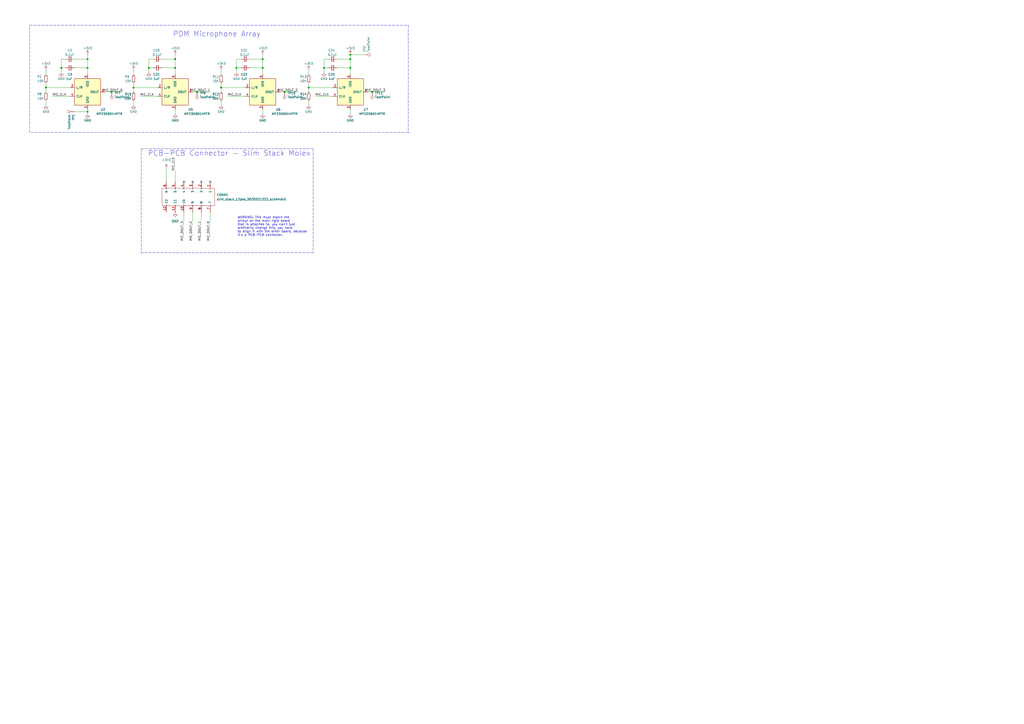
<source format=kicad_sch>
(kicad_sch (version 20211123) (generator eeschema)
  (paper "A2")
  (title_block (title "Multi Speaker Wearable Array") (date "2021-11-20") (rev "V 0.1") (comment 3 "Fork of: Mico, Electronuts Labs") (comment 4 "Design: Cayden Pierce"))
  (lib_symbols
    (symbol "+3V3_1" (power) (pin_names (offset 0))
      (property "Value" "+3V3_1" (at 0 3.556 0))
      (symbol "+3V3_1_0_1"
        (polyline (pts (xy -0.762 1.27) (xy 0 2.54)))
        (polyline (pts (xy 0 0) (xy 0 2.54)))
        (polyline (pts (xy 0 2.54) (xy 0.762 1.27)))
      )
      (symbol "+3V3_1_1_1"
        (pin power_in line (at 0 0 90) (length 0) hide (name "+3V3") (number "1"))
      )
    )
    (symbol "Connector:TestPoint" (pin_numbers hide) (pin_names (offset 0.762) hide)
      (property "Reference" "TP" (at 0 6.858 0))
      (property "Value" "Connector_TestPoint" (at 0 5.08 0))
      (symbol "TestPoint_0_1"
        (circle (center 0 3.302) (radius 0.762))
      )
      (symbol "TestPoint_1_1"
        (pin passive line (at 0 0 90) (length 2.54) (name "1") (number "1"))
      )
    )
    (symbol "Device:C_Small" (pin_numbers hide) (pin_names (offset 0.254) hide)
      (property "Reference" "C" (at 0.254 1.778 0))
      (property "Value" "Device_C_Small" (at 0.254 -2.032 0))
      (symbol "C_Small_0_1"
        (polyline (pts (xy -1.524 -0.508) (xy 1.524 -0.508)) (stroke (width 0.3302)))
        (polyline (pts (xy -1.524 0.508) (xy 1.524 0.508)) (stroke (width 0.3048)))
      )
      (symbol "C_Small_1_1"
        (pin passive line (at 0 2.54 270) (length 2.032) (name "~") (number "1"))
        (pin passive line (at 0 -2.54 90) (length 2.032) (name "~") (number "2"))
      )
    )
    (symbol "Device:R_Small" (pin_numbers hide) (pin_names (offset 0.254) hide)
      (property "Reference" "R" (at 0.762 0.508 0))
      (property "Value" "Device_R_Small" (at 0.762 -1.016 0))
      (symbol "R_Small_0_1"
        (rectangle (start -0.762 1.778) (end 0.762 -1.778) (stroke (width 0.2032)))
      )
      (symbol "R_Small_1_1"
        (pin passive line (at 0 2.54 270) (length 0.762) (name "~") (number "1"))
        (pin passive line (at 0 -2.54 90) (length 0.762) (name "~") (number "2"))
      )
    )
    (symbol "GND_1" (power) (pin_names (offset 0))
      (property "Value" "GND_1" (at 0 -3.81 0))
      (symbol "GND_1_0_1"
        (polyline (pts (xy 0 0) (xy 0 -1.27) (xy 1.27 -1.27) (xy 0 -2.54) (xy -1.27 -1.27) (xy 0 -1.27)))
      )
      (symbol "GND_1_1_1"
        (pin power_in line (at 0 0 270) (length 0) hide (name "GND") (number "1"))
      )
    )
    (symbol "MSA_lib:slim_stack_12pos_5035521222_schematic"
      (property "Reference" "CONN" (at 24.13 0 90))
      (property "Value" "slim_stack_12pos_5035521222_schematic" (at 1.27 10.16 0))
      (symbol "slim_stack_12pos_5035521222_schematic_0_1"
        (rectangle (start -8.89 2.54) (end 21.59 -7.62))
      )
      (symbol "slim_stack_12pos_5035521222_schematic_1_1"
        (pin bidirectional line (at 19.05 6.35 270) (length 4.54) (name "1") (number "1"))
        (pin bidirectional line (at 3.81 -11.43 90) (length 4.54) (name "10") (number "10"))
        (pin bidirectional line (at -1.27 -11.43 90) (length 4.54) (name "11") (number "11"))
        (pin bidirectional line (at -6.35 -11.43 90) (length 4.54) (name "12") (number "12"))
        (pin bidirectional line (at 13.97 6.35 270) (length 4.54) (name "2") (number "2"))
        (pin bidirectional line (at 8.89 6.35 270) (length 4.54) (name "3") (number "3"))
        (pin bidirectional line (at 3.81 6.35 270) (length 4.54) (name "4") (number "4"))
        (pin bidirectional line (at -1.27 6.35 270) (length 4.54) (name "5") (number "5"))
        (pin bidirectional line (at -6.35 6.35 270) (length 4.54) (name "6") (number "6"))
        (pin bidirectional line (at 19.05 -11.43 90) (length 4.54) (name "7") (number "7"))
        (pin bidirectional line (at 13.97 -11.43 90) (length 4.54) (name "8") (number "8"))
        (pin bidirectional line (at 8.89 -11.43 90) (length 4.54) (name "9") (number "9"))
      )
    )
    (symbol "mico:MP23DB01HPTR" (pin_names (offset 1.016))
      (property "Reference" "U" (at -2.54 17.78 0))
      (property "Value" "MP23DB01HPTR" (at -2.54 15.24 0))
      (symbol "MP23DB01HPTR_0_1"
        (rectangle (start -7.62 7.62) (end 7.62 -7.62) (stroke (width 0.2032)) (fill (type background)))
      )
      (symbol "MP23DB01HPTR_1_1"
        (pin output line (at 10.16 0 180) (length 2.54) (name "DOUT") (number "1"))
        (pin input line (at -10.16 2.54 0) (length 2.54) (name "L/R") (number "2"))
        (pin power_in line (at 0 -10.16 90) (length 2.54) (name "GND") (number "3"))
        (pin input line (at -10.16 -2.54 0) (length 2.54) (name "CLK") (number "4"))
        (pin power_in line (at 0 10.16 270) (length 2.54) (name "VDD") (number "5"))
      )
    )
    (symbol "power:+3V3" (power) (pin_names (offset 0))
      (property "Value" "power_+3V3" (at 0 3.556 0))
      (symbol "+3V3_0_1"
        (polyline (pts (xy -0.762 1.27) (xy 0 2.54)))
        (polyline (pts (xy 0 0) (xy 0 2.54)))
        (polyline (pts (xy 0 2.54) (xy 0.762 1.27)))
      )
      (symbol "+3V3_1_1"
        (pin power_in line (at 0 0 90) (length 0) hide (name "+3V3") (number "1"))
      )
    )
    (symbol "power:GND" (power) (pin_names (offset 0))
      (property "Value" "power_GND" (at 0 -3.81 0))
      (symbol "GND_0_1"
        (polyline (pts (xy 0 0) (xy 0 -1.27) (xy 1.27 -1.27) (xy 0 -2.54) (xy -1.27 -1.27) (xy 0 -1.27)))
      )
      (symbol "GND_1_1"
        (pin power_in line (at 0 0 270) (length 0) hide (name "GND") (number "1"))
      )
    )
  )
  (junction (at 179.07 50.8))
  (junction (at 50.8 34.29))
  (junction (at 86.36 39.37))
  (junction (at 203.2 34.29))
  (junction (at 50.8 64.77))
  (junction (at 128.27 50.8))
  (junction (at 101.6 34.29))
  (junction (at 152.4 34.29))
  (junction (at 114.3 53.34))
  (junction (at 137.16 39.37))
  (junction (at 35.56 39.37))
  (junction (at 64.77 53.34))
  (junction (at 101.6 39.37))
  (junction (at 203.2 31.75))
  (junction (at 77.47 50.8))
  (junction (at 50.8 39.37))
  (junction (at 152.4 39.37))
  (junction (at 203.2 39.37))
  (junction (at 187.96 39.37))
  (junction (at 165.1 53.34))
  (junction (at 26.67 50.8))
  (junction (at 215.9 53.34))
  (no_connect (at 106.68 105.41))
  (no_connect (at 121.92 105.41))
  (no_connect (at 116.84 105.41))
  (no_connect (at 111.76 105.41))
  (wire (pts (xy 26.67 43.18) (xy 26.67 40.64)))
  (wire (pts (xy 179.07 58.42) (xy 179.07 60.96)))
  (wire (pts (xy 93.98 34.29) (xy 101.6 34.29)))
  (wire (pts (xy 77.47 58.42) (xy 77.47 60.96)))
  (wire (pts (xy 203.2 31.75) (xy 210.82 31.75)))
  (wire (pts (xy 86.36 34.29) (xy 88.9 34.29)))
  (wire (pts (xy 114.3 53.34) (xy 121.92 53.34)))
  (wire (pts (xy 128.27 50.8) (xy 142.24 50.8)))
  (wire (pts (xy 142.24 55.88) (xy 132.08 55.88)))
  (wire (pts (xy 137.16 39.37) (xy 137.16 41.91)))
  (wire (pts (xy 35.56 34.29) (xy 38.1 34.29)))
  (wire (pts (xy 152.4 63.5) (xy 152.4 66.04)))
  (polyline (pts (xy 81.915 86.36) (xy 181.61 86.36)))
  (wire (pts (xy 86.36 39.37) (xy 86.36 41.91)))
  (wire (pts (xy 128.27 53.34) (xy 128.27 50.8)))
  (wire (pts (xy 187.96 39.37) (xy 187.96 34.29)))
  (wire (pts (xy 179.07 53.34) (xy 179.07 50.8)))
  (wire (pts (xy 121.92 123.19) (xy 121.92 128.27)))
  (polyline (pts (xy 236.855 76.835) (xy 17.145 76.835)))
  (wire (pts (xy 195.58 39.37) (xy 203.2 39.37)))
  (wire (pts (xy 179.07 50.8) (xy 179.07 48.26)))
  (wire (pts (xy 203.2 43.18) (xy 203.2 39.37)))
  (wire (pts (xy 179.07 50.8) (xy 193.04 50.8)))
  (wire (pts (xy 93.98 39.37) (xy 101.6 39.37)))
  (wire (pts (xy 35.56 39.37) (xy 35.56 41.91)))
  (wire (pts (xy 128.27 50.8) (xy 128.27 48.26)))
  (wire (pts (xy 96.52 97.79) (xy 96.52 105.41)))
  (wire (pts (xy 187.96 34.29) (xy 190.5 34.29)))
  (wire (pts (xy 213.36 53.34) (xy 215.9 53.34)))
  (wire (pts (xy 179.07 43.18) (xy 179.07 40.64)))
  (wire (pts (xy 26.67 53.34) (xy 26.67 50.8)))
  (wire (pts (xy 26.67 58.42) (xy 26.67 60.96)))
  (wire (pts (xy 144.78 39.37) (xy 152.4 39.37)))
  (wire (pts (xy 193.04 55.88) (xy 182.88 55.88)))
  (wire (pts (xy 88.9 39.37) (xy 86.36 39.37)))
  (wire (pts (xy 203.2 34.29) (xy 203.2 31.75)))
  (wire (pts (xy 137.16 39.37) (xy 137.16 34.29)))
  (polyline (pts (xy 236.855 76.835) (xy 237.49 76.835)))
  (wire (pts (xy 64.77 53.34) (xy 71.12 53.34)))
  (wire (pts (xy 50.8 64.77) (xy 43.18 64.77)))
  (wire (pts (xy 128.27 43.18) (xy 128.27 40.64)))
  (wire (pts (xy 152.4 43.18) (xy 152.4 39.37)))
  (wire (pts (xy 26.67 50.8) (xy 40.64 50.8)))
  (wire (pts (xy 43.18 34.29) (xy 50.8 34.29)))
  (wire (pts (xy 116.84 123.19) (xy 116.84 128.27)))
  (wire (pts (xy 77.47 43.18) (xy 77.47 40.64)))
  (wire (pts (xy 139.7 39.37) (xy 137.16 39.37)))
  (wire (pts (xy 144.78 34.29) (xy 152.4 34.29)))
  (wire (pts (xy 215.9 53.34) (xy 223.52 53.34)))
  (wire (pts (xy 50.8 43.18) (xy 50.8 39.37)))
  (polyline (pts (xy 181.61 86.36) (xy 181.61 146.685)))
  (wire (pts (xy 35.56 39.37) (xy 35.56 34.29)))
  (wire (pts (xy 77.47 50.8) (xy 77.47 48.26)))
  (wire (pts (xy 111.76 123.19) (xy 111.76 128.27)))
  (wire (pts (xy 101.6 39.37) (xy 101.6 34.29)))
  (wire (pts (xy 50.8 39.37) (xy 50.8 34.29)))
  (wire (pts (xy 26.67 50.8) (xy 26.67 48.26)))
  (wire (pts (xy 152.4 34.29) (xy 152.4 31.75)))
  (wire (pts (xy 101.6 43.18) (xy 101.6 39.37)))
  (polyline (pts (xy 181.61 146.685) (xy 81.915 146.685)))
  (wire (pts (xy 77.47 53.34) (xy 77.47 50.8)))
  (polyline (pts (xy 236.855 14.605) (xy 236.855 76.835)))
  (polyline (pts (xy 17.145 14.605) (xy 236.855 14.605)))
  (wire (pts (xy 91.44 55.88) (xy 81.28 55.88)))
  (wire (pts (xy 152.4 39.37) (xy 152.4 34.29)))
  (wire (pts (xy 60.96 53.34) (xy 64.77 53.34)))
  (wire (pts (xy 50.8 63.5) (xy 50.8 64.77)))
  (wire (pts (xy 50.8 64.77) (xy 50.8 66.04)))
  (polyline (pts (xy 81.915 86.36) (xy 81.915 146.685)))
  (wire (pts (xy 137.16 34.29) (xy 139.7 34.29)))
  (wire (pts (xy 190.5 39.37) (xy 187.96 39.37)))
  (wire (pts (xy 106.68 123.19) (xy 106.68 128.27)))
  (wire (pts (xy 165.1 53.34) (xy 172.72 53.34)))
  (wire (pts (xy 111.76 53.34) (xy 114.3 53.34)))
  (wire (pts (xy 101.6 63.5) (xy 101.6 66.04)))
  (wire (pts (xy 77.47 50.8) (xy 91.44 50.8)))
  (wire (pts (xy 187.96 39.37) (xy 187.96 41.91)))
  (wire (pts (xy 203.2 63.5) (xy 203.2 66.04)))
  (wire (pts (xy 43.18 39.37) (xy 50.8 39.37)))
  (wire (pts (xy 50.8 34.29) (xy 50.8 31.75)))
  (wire (pts (xy 162.56 53.34) (xy 165.1 53.34)))
  (wire (pts (xy 101.6 34.29) (xy 101.6 31.75)))
  (wire (pts (xy 195.58 34.29) (xy 203.2 34.29)))
  (wire (pts (xy 38.1 39.37) (xy 35.56 39.37)))
  (wire (pts (xy 40.64 55.88) (xy 30.48 55.88)))
  (wire (pts (xy 101.6 99.06) (xy 101.6 105.41)))
  (polyline (pts (xy 17.145 76.835) (xy 17.145 14.605)))
  (wire (pts (xy 86.36 39.37) (xy 86.36 34.29)))
  (wire (pts (xy 203.2 39.37) (xy 203.2 34.29)))
  (wire (pts (xy 128.27 58.42) (xy 128.27 60.96)))
  (text "WARNING: This must match the\npinout on the main rigid board\nthat is attaches to, you can't just\narbitrarily change this, you have\nto align it with the other board, because\nit's a PCB-PCB connector.\n" (at 137.795 137.16 0) (effects (font (size 1.27 1.27)) (justify left bottom)))
  (text "PCB-PCB Connector - Slim Stack Molex\n" (at 85.725 90.805 0) (effects (font (size 3 3)) (justify left bottom)))
  (text "PDM Microphone Array" (at 100.33 21.59 0) (effects (font (size 2.9972 2.9972)) (justify left bottom)))
  (label "MIC_CLK" (at 30.48 55.88 0))
  (label "MIC_DOUT_1" (at 116.84 128.27 270))
  (label "MIC_CLK" (at 132.08 55.88 0))
  (label "MIC_CLK" (at 101.6 99.06 90))
  (label "MIC_DOUT_2" (at 111.76 128.27 270))
  (label "MIC_DOUT_0" (at 71.12 53.34 180))
  (label "MIC_CLK" (at 182.88 55.88 0))
  (label "MIC_DOUT_3" (at 223.52 53.34 180))
  (label "MIC_CLK" (at 81.28 55.88 0))
  (label "MIC_DOUT_0" (at 121.92 128.27 270))
  (label "MIC_DOUT_2" (at 172.72 53.34 180))
  (label "MIC_DOUT_3" (at 106.68 128.27 270))
  (label "MIC_DOUT_1" (at 121.92 53.34 180))
  (symbol (lib_id "Connector:TestPoint") (at 64.77 53.34 180) (unit 1)
    (property "Reference" "TP7" (at 66.2432 54.0004 0) (effects (justify right)))
    (property "Value" "TestPoint" (at 66.2432 56.3118 0) (effects (justify right)))
    (property "Footprint" "mico:SMD_1x01_P1.27mm" (effects hide))
  )
  (symbol (lib_id "Connector:TestPoint") (at 114.3 53.34 180) (unit 1)
    (property "Reference" "TP8" (at 115.7732 54.0004 0) (effects (justify right)))
    (property "Value" "TestPoint" (at 115.7732 56.3118 0) (effects (justify right)))
    (property "Footprint" "mico:SMD_1x01_P1.27mm" (effects hide))
  )
  (symbol (lib_id "Connector:TestPoint") (at 165.1 53.34 180) (unit 1)
    (property "Reference" "TP10" (at 166.5732 54.0004 0) (effects (justify right)))
    (property "Value" "TestPoint" (at 166.5732 56.3118 0) (effects (justify right)))
    (property "Footprint" "mico:SMD_1x01_P1.27mm" (effects hide))
  )
  (symbol (lib_id "Connector:TestPoint") (at 215.9 53.34 180) (unit 1)
    (property "Reference" "TP11" (at 217.3732 54.0004 0) (effects (justify right)))
    (property "Value" "TestPoint" (at 217.3732 56.3118 0) (effects (justify right)))
    (property "Footprint" "mico:SMD_1x01_P1.27mm" (effects hide))
  )
  (symbol (lib_id "power:GND") (at 50.8 66.04 0) (unit 1)
    (property "Reference" "#PWR030" (effects hide))
    (property "Value" "GND" (at 50.8 69.85 0))
  )
  (symbol (lib_id "power:+3V3") (at 50.8 31.75 0) (unit 1)
    (property "Reference" "#PWR09" (effects hide))
    (property "Value" "+3V3" (at 50.8 27.94 0))
  )
  (symbol (lib_id "power:GND") (at 35.56 41.91 0) (unit 1)
    (property "Reference" "#PWR08" (effects hide))
    (property "Value" "GND" (at 35.56 45.72 0))
  )
  (symbol (lib_id "mico:MP23DB01HPTR") (at 50.8 53.34 0) (unit 1)
    (property "Reference" "U2" (at 58.42 63.5 0) (effects (justify left)))
    (property "Value" "MP23DB01HPTR" (at 55.88 66.04 0) (effects (justify left)))
    (property "Footprint" "mico:MIC_SPH0641LU4H-1" (effects hide))
  )
  (symbol (lib_id "power:GND") (at 26.67 60.96 0) (unit 1)
    (property "Reference" "#PWR05" (effects hide))
    (property "Value" "GND" (at 26.67 64.77 0))
  )
  (symbol (lib_id "Device:R_Small") (at 26.67 55.88 0) (unit 1)
    (property "Reference" "R8" (at 21.59 54.61 0) (effects (justify left)))
    (property "Value" "10K" (at 21.59 57.15 0) (effects (justify left)))
    (property "Footprint" "Resistor_SMD:R_0402_1005Metric" (effects hide))
  )
  (symbol (lib_id "Device:R_Small") (at 26.67 45.72 0) (unit 1)
    (property "Reference" "R1" (at 21.59 44.45 0) (effects (justify left)))
    (property "Value" "10K" (at 21.59 46.99 0) (effects (justify left)))
    (property "Footprint" "Resistor_SMD:R_0402_1005Metric" (effects hide))
  )
  (symbol (lib_id "power:+3V3") (at 26.67 40.64 0) (unit 1)
    (property "Reference" "#PWR02" (effects hide))
    (property "Value" "+3V3" (at 26.67 36.83 0))
  )
  (symbol (lib_id "Device:C_Small") (at 40.64 39.37 90) (unit 1)
    (property "Reference" "C3" (at 41.91 43.18 90) (effects (justify left)))
    (property "Value" "1uF" (at 41.91 45.72 90) (effects (justify left)))
    (property "Footprint" "Capacitor_SMD:C_0402_1005Metric" (effects hide))
  )
  (symbol (lib_id "Device:C_Small") (at 40.64 34.29 90) (unit 1)
    (property "Reference" "C2" (at 41.91 29.21 90) (effects (justify left)))
    (property "Value" "0.1uF" (at 43.18 31.75 90) (effects (justify left)))
    (property "Footprint" "Capacitor_SMD:C_0402_1005Metric" (effects hide))
  )
  (symbol (lib_id "power:GND") (at 101.6 66.04 0) (unit 1)
    (property "Reference" "#PWR036" (effects hide))
    (property "Value" "GND" (at 101.6 69.85 0))
  )
  (symbol (lib_id "power:+3V3") (at 101.6 31.75 0) (unit 1)
    (property "Reference" "#PWR035" (effects hide))
    (property "Value" "+3V3" (at 101.6 27.94 0))
  )
  (symbol (lib_id "power:GND") (at 86.36 41.91 0) (unit 1)
    (property "Reference" "#PWR034" (effects hide))
    (property "Value" "GND" (at 86.36 45.72 0))
  )
  (symbol (lib_id "mico:MP23DB01HPTR") (at 101.6 53.34 0) (unit 1)
    (property "Reference" "U5" (at 109.22 63.5 0) (effects (justify left)))
    (property "Value" "MP23DB01HPTR" (at 106.68 66.04 0) (effects (justify left)))
    (property "Footprint" "mico:MIC_SPH0641LU4H-1" (effects hide))
  )
  (symbol (lib_id "power:GND") (at 77.47 60.96 0) (unit 1)
    (property "Reference" "#PWR033" (effects hide))
    (property "Value" "GND" (at 77.47 64.77 0))
  )
  (symbol (lib_id "Device:R_Small") (at 77.47 55.88 0) (unit 1)
    (property "Reference" "R10" (at 72.39 54.61 0) (effects (justify left)))
    (property "Value" "10K" (at 72.39 57.15 0) (effects (justify left)))
    (property "Footprint" "Resistor_SMD:R_0402_1005Metric" (effects hide))
  )
  (symbol (lib_id "Device:R_Small") (at 77.47 45.72 0) (unit 1)
    (property "Reference" "R9" (at 72.39 44.45 0) (effects (justify left)))
    (property "Value" "10K" (at 72.39 46.99 0) (effects (justify left)))
    (property "Footprint" "Resistor_SMD:R_0402_1005Metric" (effects hide))
  )
  (symbol (lib_id "power:+3V3") (at 77.47 40.64 0) (unit 1)
    (property "Reference" "#PWR032" (effects hide))
    (property "Value" "+3V3" (at 77.47 36.83 0))
  )
  (symbol (lib_id "Device:C_Small") (at 91.44 39.37 90) (unit 1)
    (property "Reference" "C21" (at 92.71 43.18 90) (effects (justify left)))
    (property "Value" "1uF" (at 92.71 45.72 90) (effects (justify left)))
    (property "Footprint" "Capacitor_SMD:C_0402_1005Metric" (effects hide))
  )
  (symbol (lib_id "Device:C_Small") (at 91.44 34.29 90) (unit 1)
    (property "Reference" "C20" (at 92.71 29.21 90) (effects (justify left)))
    (property "Value" "0.1uF" (at 93.98 31.75 90) (effects (justify left)))
    (property "Footprint" "Capacitor_SMD:C_0402_1005Metric" (effects hide))
  )
  (symbol (lib_id "power:GND") (at 152.4 66.04 0) (unit 1)
    (property "Reference" "#PWR041" (effects hide))
    (property "Value" "GND" (at 152.4 69.85 0))
  )
  (symbol (lib_id "power:+3V3") (at 152.4 31.75 0) (unit 1)
    (property "Reference" "#PWR040" (effects hide))
    (property "Value" "+3V3" (at 152.4 27.94 0))
  )
  (symbol (lib_id "power:GND") (at 137.16 41.91 0) (unit 1)
    (property "Reference" "#PWR039" (effects hide))
    (property "Value" "GND" (at 137.16 45.72 0))
  )
  (symbol (lib_id "mico:MP23DB01HPTR") (at 152.4 53.34 0) (unit 1)
    (property "Reference" "U6" (at 160.02 63.5 0) (effects (justify left)))
    (property "Value" "MP23DB01HPTR" (at 157.48 66.04 0) (effects (justify left)))
    (property "Footprint" "mico:MIC_SPH0641LU4H-1" (effects hide))
  )
  (symbol (lib_id "power:GND") (at 128.27 60.96 0) (unit 1)
    (property "Reference" "#PWR038" (effects hide))
    (property "Value" "GND" (at 128.27 64.77 0))
  )
  (symbol (lib_id "Device:R_Small") (at 128.27 55.88 0) (unit 1)
    (property "Reference" "R12" (at 123.19 54.61 0) (effects (justify left)))
    (property "Value" "10K" (at 123.19 57.15 0) (effects (justify left)))
    (property "Footprint" "Resistor_SMD:R_0402_1005Metric" (effects hide))
  )
  (symbol (lib_id "Device:R_Small") (at 128.27 45.72 0) (unit 1)
    (property "Reference" "R11" (at 123.19 44.45 0) (effects (justify left)))
    (property "Value" "10K" (at 123.19 46.99 0) (effects (justify left)))
    (property "Footprint" "Resistor_SMD:R_0402_1005Metric" (effects hide))
  )
  (symbol (lib_id "power:+3V3") (at 128.27 40.64 0) (unit 1)
    (property "Reference" "#PWR037" (effects hide))
    (property "Value" "+3V3" (at 128.27 36.83 0))
  )
  (symbol (lib_id "Device:C_Small") (at 142.24 39.37 90) (unit 1)
    (property "Reference" "C23" (at 143.51 43.18 90) (effects (justify left)))
    (property "Value" "1uF" (at 143.51 45.72 90) (effects (justify left)))
    (property "Footprint" "Capacitor_SMD:C_0402_1005Metric" (effects hide))
  )
  (symbol (lib_id "Device:C_Small") (at 142.24 34.29 90) (unit 1)
    (property "Reference" "C22" (at 143.51 29.21 90) (effects (justify left)))
    (property "Value" "0.1uF" (at 144.78 31.75 90) (effects (justify left)))
    (property "Footprint" "Capacitor_SMD:C_0402_1005Metric" (effects hide))
  )
  (symbol (lib_id "power:GND") (at 203.2 66.04 0) (unit 1)
    (property "Reference" "#PWR046" (effects hide))
    (property "Value" "GND" (at 203.2 69.85 0))
  )
  (symbol (lib_id "power:+3V3") (at 203.2 31.75 0) (unit 1)
    (property "Reference" "#PWR045" (effects hide))
    (property "Value" "+3V3" (at 203.2 27.94 0))
  )
  (symbol (lib_id "power:GND") (at 187.96 41.91 0) (unit 1)
    (property "Reference" "#PWR044" (effects hide))
    (property "Value" "GND" (at 187.96 45.72 0))
  )
  (symbol (lib_id "mico:MP23DB01HPTR") (at 203.2 53.34 0) (unit 1)
    (property "Reference" "U7" (at 210.82 63.5 0) (effects (justify left)))
    (property "Value" "MP23DB01HPTR" (at 208.28 66.04 0) (effects (justify left)))
    (property "Footprint" "mico:MIC_SPH0641LU4H-1" (effects hide))
  )
  (symbol (lib_id "power:GND") (at 179.07 60.96 0) (unit 1)
    (property "Reference" "#PWR043" (effects hide))
    (property "Value" "GND" (at 179.07 64.77 0))
  )
  (symbol (lib_id "Device:R_Small") (at 179.07 55.88 0) (unit 1)
    (property "Reference" "R14" (at 173.99 54.61 0) (effects (justify left)))
    (property "Value" "10K" (at 173.99 57.15 0) (effects (justify left)))
    (property "Footprint" "Resistor_SMD:R_0402_1005Metric" (effects hide))
  )
  (symbol (lib_id "Device:R_Small") (at 179.07 45.72 0) (unit 1)
    (property "Reference" "R13" (at 173.99 44.45 0) (effects (justify left)))
    (property "Value" "10K" (at 173.99 46.99 0) (effects (justify left)))
    (property "Footprint" "Resistor_SMD:R_0402_1005Metric" (effects hide))
  )
  (symbol (lib_id "power:+3V3") (at 179.07 40.64 0) (unit 1)
    (property "Reference" "#PWR042" (effects hide))
    (property "Value" "+3V3" (at 179.07 36.83 0))
  )
  (symbol (lib_id "Device:C_Small") (at 193.04 39.37 90) (unit 1)
    (property "Reference" "C25" (at 194.31 43.18 90) (effects (justify left)))
    (property "Value" "1uF" (at 194.31 45.72 90) (effects (justify left)))
    (property "Footprint" "Capacitor_SMD:C_0402_1005Metric" (effects hide))
  )
  (symbol (lib_id "Device:C_Small") (at 193.04 34.29 90) (unit 1)
    (property "Reference" "C24" (at 194.31 29.21 90) (effects (justify left)))
    (property "Value" "0.1uF" (at 195.58 31.75 90) (effects (justify left)))
    (property "Footprint" "Capacitor_SMD:C_0402_1005Metric" (effects hide))
  )
  (symbol (lib_id "MSA_lib:slim_stack_12pos_5035521222_schematic") (at 102.87 111.76 0) (unit 1)
    (property "Reference" "CONN1" (at 125.73 113.0299 0) (effects (justify left)))
    (property "Value" "slim_stack_12pos_5035521222_schematic" (at 125.73 115.5699 0) (effects (justify left)))
    (property "Footprint" "OpenSourceSmartGlasses:slim_stack_molex_PLUG_5035521222" (effects hide))
  )
  (symbol (lib_name "+3V3_1") (lib_id "power:+3V3") (at 96.52 97.79 0) (unit 1)
    (property "Reference" "#PWR0101" (effects hide))
    (property "Value" "+3V3" (at 96.52 92.71 0))
  )
  (symbol (lib_id "Connector:TestPoint") (at 43.18 64.77 90) (unit 1)
    (property "Reference" "TP1" (at 42.5196 66.2432 0) (effects (justify right)))
    (property "Value" "TestPoint" (at 40.2082 66.2432 0) (effects (justify right)))
    (property "Footprint" "mico:SMD_1x01_P1.27mm" (effects hide))
  )
  (symbol (lib_name "GND_1") (lib_id "power:GND") (at 101.6 123.19 0) (unit 1)
    (property "Reference" "#PWR0102" (effects hide))
    (property "Value" "GND" (at 101.6 128.27 0))
  )
  (symbol (lib_id "Connector:TestPoint") (at 210.82 31.75 270) (unit 1)
    (property "Reference" "TP2" (at 211.4804 30.2768 0) (effects (justify right)))
    (property "Value" "TestPoint" (at 213.7918 30.2768 0) (effects (justify right)))
    (property "Footprint" "mico:SMD_1x01_P1.27mm" (effects hide))
  )
)
</source>
